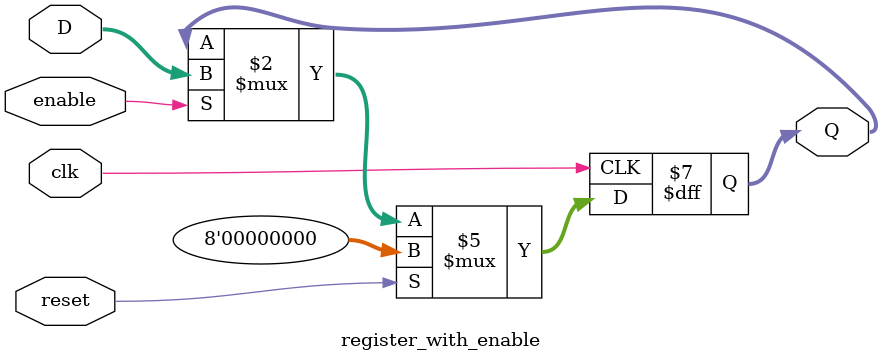
<source format=v>
module register_with_enable (
    input clk,
    input reset,
    input enable,
    input [7:0] D,
    output reg [7:0] Q
);

    always @(posedge clk) begin
        if (reset)
            Q <= 8'b0;
        else if (enable)
            Q <= D;
    end
endmodule

</source>
